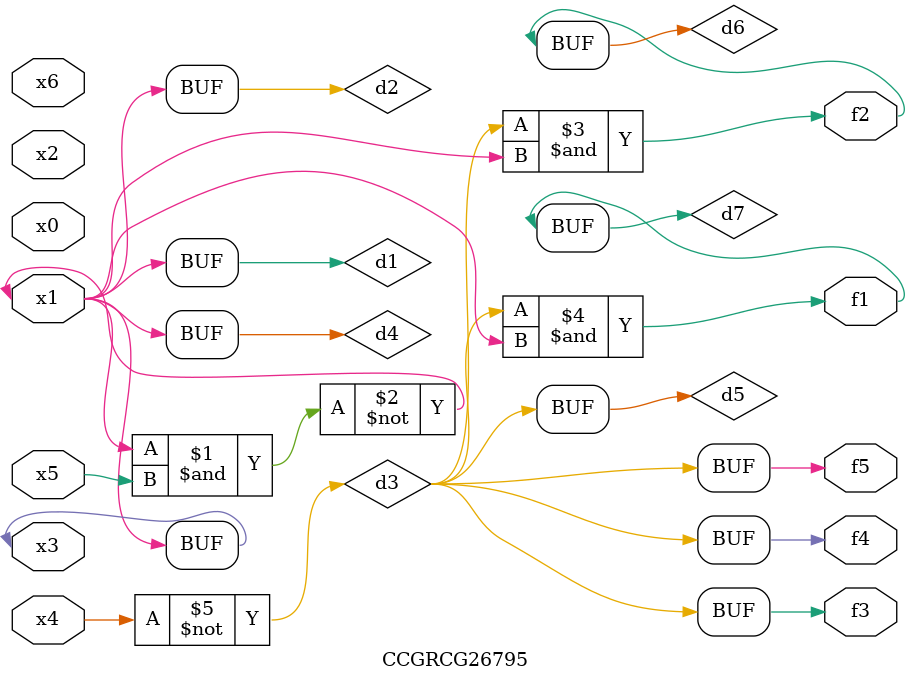
<source format=v>
module CCGRCG26795(
	input x0, x1, x2, x3, x4, x5, x6,
	output f1, f2, f3, f4, f5
);

	wire d1, d2, d3, d4, d5, d6, d7;

	buf (d1, x1, x3);
	nand (d2, x1, x5);
	not (d3, x4);
	buf (d4, d1, d2);
	buf (d5, d3);
	and (d6, d3, d4);
	and (d7, d3, d4);
	assign f1 = d7;
	assign f2 = d6;
	assign f3 = d5;
	assign f4 = d5;
	assign f5 = d5;
endmodule

</source>
